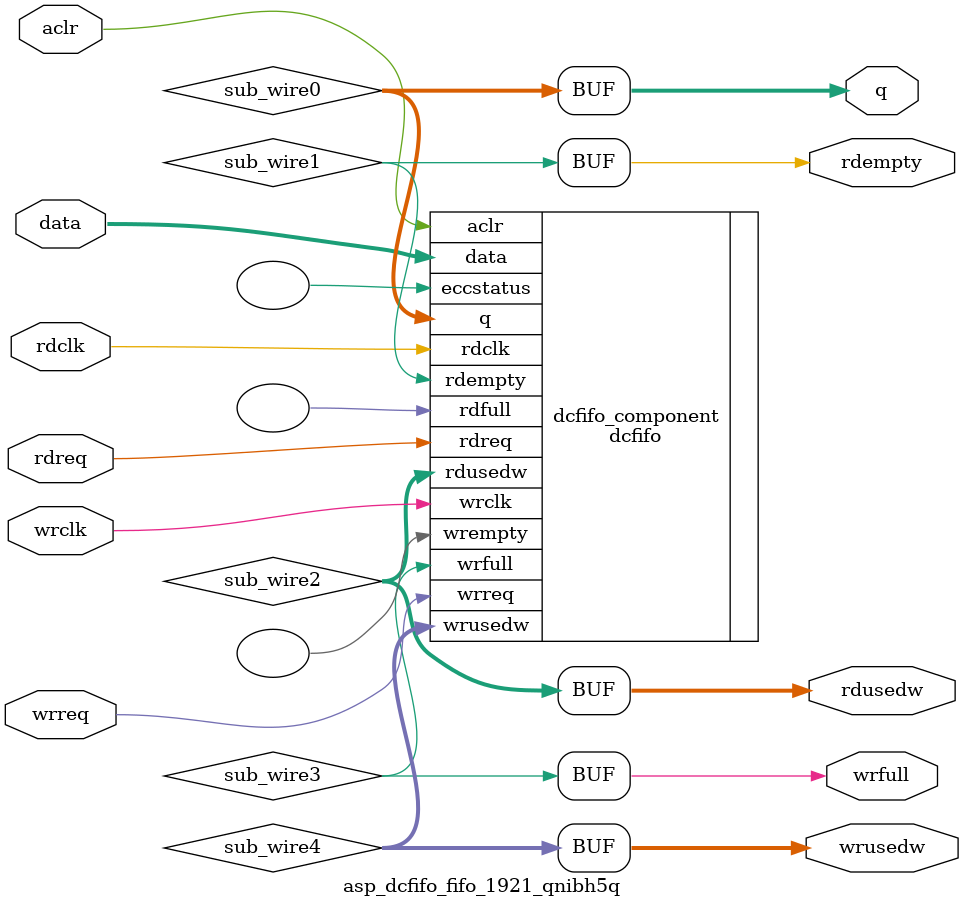
<source format=v>



`timescale 1 ps / 1 ps
// synopsys translate_on
module  asp_dcfifo_fifo_1921_qnibh5q  (
    aclr,
    data,
    rdclk,
    rdreq,
    wrclk,
    wrreq,
    q,
    rdempty,
    rdusedw,
    wrfull,
    wrusedw);

    input    aclr;
    input  [63:0]  data;
    input    rdclk;
    input    rdreq;
    input    wrclk;
    input    wrreq;
    output [63:0]  q;
    output   rdempty;
    output [10:0]  rdusedw;
    output   wrfull;
    output [10:0]  wrusedw;
`ifndef ALTERA_RESERVED_QIS
// synopsys translate_off
`endif
    tri0     aclr;
`ifndef ALTERA_RESERVED_QIS
// synopsys translate_on
`endif

    wire [63:0] sub_wire0;
    wire  sub_wire1;
    wire [10:0] sub_wire2;
    wire  sub_wire3;
    wire [10:0] sub_wire4;
    wire [63:0] q = sub_wire0[63:0];
    wire  rdempty = sub_wire1;
    wire [10:0] rdusedw = sub_wire2[10:0];
    wire  wrfull = sub_wire3;
    wire [10:0] wrusedw = sub_wire4[10:0];

    dcfifo  dcfifo_component (
                .aclr (aclr),
                .data (data),
                .rdclk (rdclk),
                .rdreq (rdreq),
                .wrclk (wrclk),
                .wrreq (wrreq),
                .q (sub_wire0),
                .rdempty (sub_wire1),
                .rdusedw (sub_wire2),
                .wrfull (sub_wire3),
                .wrusedw (sub_wire4),
                .eccstatus (),
                .rdfull (),
                .wrempty ());
    defparam
        dcfifo_component.enable_ecc  = "FALSE",
        dcfifo_component.intended_device_family  = "Agilex 7",
        dcfifo_component.lpm_hint  = "DISABLE_DCFIFO_EMBEDDED_TIMING_CONSTRAINT=TRUE",
        dcfifo_component.lpm_numwords  = 2048,
        dcfifo_component.lpm_showahead  = "ON",
        dcfifo_component.lpm_type  = "dcfifo",
        dcfifo_component.lpm_width  = 64,
        dcfifo_component.lpm_widthu  = 11,
        dcfifo_component.overflow_checking  = "ON",
        dcfifo_component.rdsync_delaypipe  = 5,
        dcfifo_component.read_aclr_synch  = "ON",
        dcfifo_component.underflow_checking  = "ON",
        dcfifo_component.use_eab  = "ON",
        dcfifo_component.write_aclr_synch  = "ON",
        dcfifo_component.wrsync_delaypipe  = 5;


endmodule



</source>
